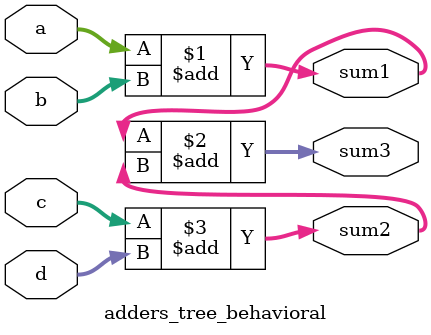
<source format=v>

`timescale 1us/1ns

module adders_tree_behavioral(
   input [3:0] a,
   input [3:0] b,
   input [7:0] c,
   input [7:0] d,
   output [4:0] sum1,
   output [8:0] sum2,
   output [9:0] sum3
);
  
  // The order of the assignments in NOT important
  assign sum1 = a + b;
  assign sum3 = sum1 + sum2;
  assign sum2 = c + d;
  
endmodule

</source>
